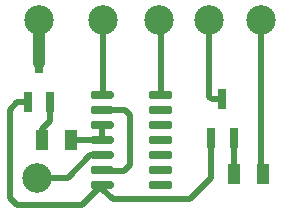
<source format=gbr>
G04 #@! TF.GenerationSoftware,KiCad,Pcbnew,5.1.5+dfsg1-2build2*
G04 #@! TF.CreationDate,2023-09-24T09:38:52+03:00*
G04 #@! TF.ProjectId,board,626f6172-642e-46b6-9963-61645f706362,rev?*
G04 #@! TF.SameCoordinates,Original*
G04 #@! TF.FileFunction,Copper,L1,Top*
G04 #@! TF.FilePolarity,Positive*
%FSLAX46Y46*%
G04 Gerber Fmt 4.6, Leading zero omitted, Abs format (unit mm)*
G04 Created by KiCad (PCBNEW 5.1.5+dfsg1-2build2) date 2023-09-24 09:38:52*
%MOMM*%
%LPD*%
G04 APERTURE LIST*
%ADD10C,2.499360*%
%ADD11R,0.800000X1.800000*%
%ADD12R,1.000000X1.800000*%
%ADD13C,0.100000*%
%ADD14C,0.500000*%
%ADD15C,1.000000*%
G04 APERTURE END LIST*
D10*
X127900000Y-73900000D03*
X122300000Y-87300000D03*
X141300000Y-73900000D03*
X122500000Y-73900000D03*
X136900000Y-73900000D03*
D11*
X121550000Y-80900000D03*
X123450000Y-80900000D03*
X122500000Y-77600000D03*
X138000000Y-80650000D03*
X138950000Y-83950000D03*
X137050000Y-83950000D03*
D12*
X141450000Y-87000000D03*
X138950000Y-87000000D03*
X122700000Y-84100000D03*
X125200000Y-84100000D03*
G04 #@! TA.AperFunction,SMDPad,CuDef*
D13*
G36*
X128664703Y-79990722D02*
G01*
X128679264Y-79992882D01*
X128693543Y-79996459D01*
X128707403Y-80001418D01*
X128720710Y-80007712D01*
X128733336Y-80015280D01*
X128745159Y-80024048D01*
X128756066Y-80033934D01*
X128765952Y-80044841D01*
X128774720Y-80056664D01*
X128782288Y-80069290D01*
X128788582Y-80082597D01*
X128793541Y-80096457D01*
X128797118Y-80110736D01*
X128799278Y-80125297D01*
X128800000Y-80140000D01*
X128800000Y-80440000D01*
X128799278Y-80454703D01*
X128797118Y-80469264D01*
X128793541Y-80483543D01*
X128788582Y-80497403D01*
X128782288Y-80510710D01*
X128774720Y-80523336D01*
X128765952Y-80535159D01*
X128756066Y-80546066D01*
X128745159Y-80555952D01*
X128733336Y-80564720D01*
X128720710Y-80572288D01*
X128707403Y-80578582D01*
X128693543Y-80583541D01*
X128679264Y-80587118D01*
X128664703Y-80589278D01*
X128650000Y-80590000D01*
X127000000Y-80590000D01*
X126985297Y-80589278D01*
X126970736Y-80587118D01*
X126956457Y-80583541D01*
X126942597Y-80578582D01*
X126929290Y-80572288D01*
X126916664Y-80564720D01*
X126904841Y-80555952D01*
X126893934Y-80546066D01*
X126884048Y-80535159D01*
X126875280Y-80523336D01*
X126867712Y-80510710D01*
X126861418Y-80497403D01*
X126856459Y-80483543D01*
X126852882Y-80469264D01*
X126850722Y-80454703D01*
X126850000Y-80440000D01*
X126850000Y-80140000D01*
X126850722Y-80125297D01*
X126852882Y-80110736D01*
X126856459Y-80096457D01*
X126861418Y-80082597D01*
X126867712Y-80069290D01*
X126875280Y-80056664D01*
X126884048Y-80044841D01*
X126893934Y-80033934D01*
X126904841Y-80024048D01*
X126916664Y-80015280D01*
X126929290Y-80007712D01*
X126942597Y-80001418D01*
X126956457Y-79996459D01*
X126970736Y-79992882D01*
X126985297Y-79990722D01*
X127000000Y-79990000D01*
X128650000Y-79990000D01*
X128664703Y-79990722D01*
G37*
G04 #@! TD.AperFunction*
G04 #@! TA.AperFunction,SMDPad,CuDef*
G36*
X128664703Y-81260722D02*
G01*
X128679264Y-81262882D01*
X128693543Y-81266459D01*
X128707403Y-81271418D01*
X128720710Y-81277712D01*
X128733336Y-81285280D01*
X128745159Y-81294048D01*
X128756066Y-81303934D01*
X128765952Y-81314841D01*
X128774720Y-81326664D01*
X128782288Y-81339290D01*
X128788582Y-81352597D01*
X128793541Y-81366457D01*
X128797118Y-81380736D01*
X128799278Y-81395297D01*
X128800000Y-81410000D01*
X128800000Y-81710000D01*
X128799278Y-81724703D01*
X128797118Y-81739264D01*
X128793541Y-81753543D01*
X128788582Y-81767403D01*
X128782288Y-81780710D01*
X128774720Y-81793336D01*
X128765952Y-81805159D01*
X128756066Y-81816066D01*
X128745159Y-81825952D01*
X128733336Y-81834720D01*
X128720710Y-81842288D01*
X128707403Y-81848582D01*
X128693543Y-81853541D01*
X128679264Y-81857118D01*
X128664703Y-81859278D01*
X128650000Y-81860000D01*
X127000000Y-81860000D01*
X126985297Y-81859278D01*
X126970736Y-81857118D01*
X126956457Y-81853541D01*
X126942597Y-81848582D01*
X126929290Y-81842288D01*
X126916664Y-81834720D01*
X126904841Y-81825952D01*
X126893934Y-81816066D01*
X126884048Y-81805159D01*
X126875280Y-81793336D01*
X126867712Y-81780710D01*
X126861418Y-81767403D01*
X126856459Y-81753543D01*
X126852882Y-81739264D01*
X126850722Y-81724703D01*
X126850000Y-81710000D01*
X126850000Y-81410000D01*
X126850722Y-81395297D01*
X126852882Y-81380736D01*
X126856459Y-81366457D01*
X126861418Y-81352597D01*
X126867712Y-81339290D01*
X126875280Y-81326664D01*
X126884048Y-81314841D01*
X126893934Y-81303934D01*
X126904841Y-81294048D01*
X126916664Y-81285280D01*
X126929290Y-81277712D01*
X126942597Y-81271418D01*
X126956457Y-81266459D01*
X126970736Y-81262882D01*
X126985297Y-81260722D01*
X127000000Y-81260000D01*
X128650000Y-81260000D01*
X128664703Y-81260722D01*
G37*
G04 #@! TD.AperFunction*
G04 #@! TA.AperFunction,SMDPad,CuDef*
G36*
X128664703Y-82530722D02*
G01*
X128679264Y-82532882D01*
X128693543Y-82536459D01*
X128707403Y-82541418D01*
X128720710Y-82547712D01*
X128733336Y-82555280D01*
X128745159Y-82564048D01*
X128756066Y-82573934D01*
X128765952Y-82584841D01*
X128774720Y-82596664D01*
X128782288Y-82609290D01*
X128788582Y-82622597D01*
X128793541Y-82636457D01*
X128797118Y-82650736D01*
X128799278Y-82665297D01*
X128800000Y-82680000D01*
X128800000Y-82980000D01*
X128799278Y-82994703D01*
X128797118Y-83009264D01*
X128793541Y-83023543D01*
X128788582Y-83037403D01*
X128782288Y-83050710D01*
X128774720Y-83063336D01*
X128765952Y-83075159D01*
X128756066Y-83086066D01*
X128745159Y-83095952D01*
X128733336Y-83104720D01*
X128720710Y-83112288D01*
X128707403Y-83118582D01*
X128693543Y-83123541D01*
X128679264Y-83127118D01*
X128664703Y-83129278D01*
X128650000Y-83130000D01*
X127000000Y-83130000D01*
X126985297Y-83129278D01*
X126970736Y-83127118D01*
X126956457Y-83123541D01*
X126942597Y-83118582D01*
X126929290Y-83112288D01*
X126916664Y-83104720D01*
X126904841Y-83095952D01*
X126893934Y-83086066D01*
X126884048Y-83075159D01*
X126875280Y-83063336D01*
X126867712Y-83050710D01*
X126861418Y-83037403D01*
X126856459Y-83023543D01*
X126852882Y-83009264D01*
X126850722Y-82994703D01*
X126850000Y-82980000D01*
X126850000Y-82680000D01*
X126850722Y-82665297D01*
X126852882Y-82650736D01*
X126856459Y-82636457D01*
X126861418Y-82622597D01*
X126867712Y-82609290D01*
X126875280Y-82596664D01*
X126884048Y-82584841D01*
X126893934Y-82573934D01*
X126904841Y-82564048D01*
X126916664Y-82555280D01*
X126929290Y-82547712D01*
X126942597Y-82541418D01*
X126956457Y-82536459D01*
X126970736Y-82532882D01*
X126985297Y-82530722D01*
X127000000Y-82530000D01*
X128650000Y-82530000D01*
X128664703Y-82530722D01*
G37*
G04 #@! TD.AperFunction*
G04 #@! TA.AperFunction,SMDPad,CuDef*
G36*
X128664703Y-83800722D02*
G01*
X128679264Y-83802882D01*
X128693543Y-83806459D01*
X128707403Y-83811418D01*
X128720710Y-83817712D01*
X128733336Y-83825280D01*
X128745159Y-83834048D01*
X128756066Y-83843934D01*
X128765952Y-83854841D01*
X128774720Y-83866664D01*
X128782288Y-83879290D01*
X128788582Y-83892597D01*
X128793541Y-83906457D01*
X128797118Y-83920736D01*
X128799278Y-83935297D01*
X128800000Y-83950000D01*
X128800000Y-84250000D01*
X128799278Y-84264703D01*
X128797118Y-84279264D01*
X128793541Y-84293543D01*
X128788582Y-84307403D01*
X128782288Y-84320710D01*
X128774720Y-84333336D01*
X128765952Y-84345159D01*
X128756066Y-84356066D01*
X128745159Y-84365952D01*
X128733336Y-84374720D01*
X128720710Y-84382288D01*
X128707403Y-84388582D01*
X128693543Y-84393541D01*
X128679264Y-84397118D01*
X128664703Y-84399278D01*
X128650000Y-84400000D01*
X127000000Y-84400000D01*
X126985297Y-84399278D01*
X126970736Y-84397118D01*
X126956457Y-84393541D01*
X126942597Y-84388582D01*
X126929290Y-84382288D01*
X126916664Y-84374720D01*
X126904841Y-84365952D01*
X126893934Y-84356066D01*
X126884048Y-84345159D01*
X126875280Y-84333336D01*
X126867712Y-84320710D01*
X126861418Y-84307403D01*
X126856459Y-84293543D01*
X126852882Y-84279264D01*
X126850722Y-84264703D01*
X126850000Y-84250000D01*
X126850000Y-83950000D01*
X126850722Y-83935297D01*
X126852882Y-83920736D01*
X126856459Y-83906457D01*
X126861418Y-83892597D01*
X126867712Y-83879290D01*
X126875280Y-83866664D01*
X126884048Y-83854841D01*
X126893934Y-83843934D01*
X126904841Y-83834048D01*
X126916664Y-83825280D01*
X126929290Y-83817712D01*
X126942597Y-83811418D01*
X126956457Y-83806459D01*
X126970736Y-83802882D01*
X126985297Y-83800722D01*
X127000000Y-83800000D01*
X128650000Y-83800000D01*
X128664703Y-83800722D01*
G37*
G04 #@! TD.AperFunction*
G04 #@! TA.AperFunction,SMDPad,CuDef*
G36*
X128664703Y-85070722D02*
G01*
X128679264Y-85072882D01*
X128693543Y-85076459D01*
X128707403Y-85081418D01*
X128720710Y-85087712D01*
X128733336Y-85095280D01*
X128745159Y-85104048D01*
X128756066Y-85113934D01*
X128765952Y-85124841D01*
X128774720Y-85136664D01*
X128782288Y-85149290D01*
X128788582Y-85162597D01*
X128793541Y-85176457D01*
X128797118Y-85190736D01*
X128799278Y-85205297D01*
X128800000Y-85220000D01*
X128800000Y-85520000D01*
X128799278Y-85534703D01*
X128797118Y-85549264D01*
X128793541Y-85563543D01*
X128788582Y-85577403D01*
X128782288Y-85590710D01*
X128774720Y-85603336D01*
X128765952Y-85615159D01*
X128756066Y-85626066D01*
X128745159Y-85635952D01*
X128733336Y-85644720D01*
X128720710Y-85652288D01*
X128707403Y-85658582D01*
X128693543Y-85663541D01*
X128679264Y-85667118D01*
X128664703Y-85669278D01*
X128650000Y-85670000D01*
X127000000Y-85670000D01*
X126985297Y-85669278D01*
X126970736Y-85667118D01*
X126956457Y-85663541D01*
X126942597Y-85658582D01*
X126929290Y-85652288D01*
X126916664Y-85644720D01*
X126904841Y-85635952D01*
X126893934Y-85626066D01*
X126884048Y-85615159D01*
X126875280Y-85603336D01*
X126867712Y-85590710D01*
X126861418Y-85577403D01*
X126856459Y-85563543D01*
X126852882Y-85549264D01*
X126850722Y-85534703D01*
X126850000Y-85520000D01*
X126850000Y-85220000D01*
X126850722Y-85205297D01*
X126852882Y-85190736D01*
X126856459Y-85176457D01*
X126861418Y-85162597D01*
X126867712Y-85149290D01*
X126875280Y-85136664D01*
X126884048Y-85124841D01*
X126893934Y-85113934D01*
X126904841Y-85104048D01*
X126916664Y-85095280D01*
X126929290Y-85087712D01*
X126942597Y-85081418D01*
X126956457Y-85076459D01*
X126970736Y-85072882D01*
X126985297Y-85070722D01*
X127000000Y-85070000D01*
X128650000Y-85070000D01*
X128664703Y-85070722D01*
G37*
G04 #@! TD.AperFunction*
G04 #@! TA.AperFunction,SMDPad,CuDef*
G36*
X128664703Y-86340722D02*
G01*
X128679264Y-86342882D01*
X128693543Y-86346459D01*
X128707403Y-86351418D01*
X128720710Y-86357712D01*
X128733336Y-86365280D01*
X128745159Y-86374048D01*
X128756066Y-86383934D01*
X128765952Y-86394841D01*
X128774720Y-86406664D01*
X128782288Y-86419290D01*
X128788582Y-86432597D01*
X128793541Y-86446457D01*
X128797118Y-86460736D01*
X128799278Y-86475297D01*
X128800000Y-86490000D01*
X128800000Y-86790000D01*
X128799278Y-86804703D01*
X128797118Y-86819264D01*
X128793541Y-86833543D01*
X128788582Y-86847403D01*
X128782288Y-86860710D01*
X128774720Y-86873336D01*
X128765952Y-86885159D01*
X128756066Y-86896066D01*
X128745159Y-86905952D01*
X128733336Y-86914720D01*
X128720710Y-86922288D01*
X128707403Y-86928582D01*
X128693543Y-86933541D01*
X128679264Y-86937118D01*
X128664703Y-86939278D01*
X128650000Y-86940000D01*
X127000000Y-86940000D01*
X126985297Y-86939278D01*
X126970736Y-86937118D01*
X126956457Y-86933541D01*
X126942597Y-86928582D01*
X126929290Y-86922288D01*
X126916664Y-86914720D01*
X126904841Y-86905952D01*
X126893934Y-86896066D01*
X126884048Y-86885159D01*
X126875280Y-86873336D01*
X126867712Y-86860710D01*
X126861418Y-86847403D01*
X126856459Y-86833543D01*
X126852882Y-86819264D01*
X126850722Y-86804703D01*
X126850000Y-86790000D01*
X126850000Y-86490000D01*
X126850722Y-86475297D01*
X126852882Y-86460736D01*
X126856459Y-86446457D01*
X126861418Y-86432597D01*
X126867712Y-86419290D01*
X126875280Y-86406664D01*
X126884048Y-86394841D01*
X126893934Y-86383934D01*
X126904841Y-86374048D01*
X126916664Y-86365280D01*
X126929290Y-86357712D01*
X126942597Y-86351418D01*
X126956457Y-86346459D01*
X126970736Y-86342882D01*
X126985297Y-86340722D01*
X127000000Y-86340000D01*
X128650000Y-86340000D01*
X128664703Y-86340722D01*
G37*
G04 #@! TD.AperFunction*
G04 #@! TA.AperFunction,SMDPad,CuDef*
G36*
X128664703Y-87610722D02*
G01*
X128679264Y-87612882D01*
X128693543Y-87616459D01*
X128707403Y-87621418D01*
X128720710Y-87627712D01*
X128733336Y-87635280D01*
X128745159Y-87644048D01*
X128756066Y-87653934D01*
X128765952Y-87664841D01*
X128774720Y-87676664D01*
X128782288Y-87689290D01*
X128788582Y-87702597D01*
X128793541Y-87716457D01*
X128797118Y-87730736D01*
X128799278Y-87745297D01*
X128800000Y-87760000D01*
X128800000Y-88060000D01*
X128799278Y-88074703D01*
X128797118Y-88089264D01*
X128793541Y-88103543D01*
X128788582Y-88117403D01*
X128782288Y-88130710D01*
X128774720Y-88143336D01*
X128765952Y-88155159D01*
X128756066Y-88166066D01*
X128745159Y-88175952D01*
X128733336Y-88184720D01*
X128720710Y-88192288D01*
X128707403Y-88198582D01*
X128693543Y-88203541D01*
X128679264Y-88207118D01*
X128664703Y-88209278D01*
X128650000Y-88210000D01*
X127000000Y-88210000D01*
X126985297Y-88209278D01*
X126970736Y-88207118D01*
X126956457Y-88203541D01*
X126942597Y-88198582D01*
X126929290Y-88192288D01*
X126916664Y-88184720D01*
X126904841Y-88175952D01*
X126893934Y-88166066D01*
X126884048Y-88155159D01*
X126875280Y-88143336D01*
X126867712Y-88130710D01*
X126861418Y-88117403D01*
X126856459Y-88103543D01*
X126852882Y-88089264D01*
X126850722Y-88074703D01*
X126850000Y-88060000D01*
X126850000Y-87760000D01*
X126850722Y-87745297D01*
X126852882Y-87730736D01*
X126856459Y-87716457D01*
X126861418Y-87702597D01*
X126867712Y-87689290D01*
X126875280Y-87676664D01*
X126884048Y-87664841D01*
X126893934Y-87653934D01*
X126904841Y-87644048D01*
X126916664Y-87635280D01*
X126929290Y-87627712D01*
X126942597Y-87621418D01*
X126956457Y-87616459D01*
X126970736Y-87612882D01*
X126985297Y-87610722D01*
X127000000Y-87610000D01*
X128650000Y-87610000D01*
X128664703Y-87610722D01*
G37*
G04 #@! TD.AperFunction*
G04 #@! TA.AperFunction,SMDPad,CuDef*
G36*
X133614703Y-87610722D02*
G01*
X133629264Y-87612882D01*
X133643543Y-87616459D01*
X133657403Y-87621418D01*
X133670710Y-87627712D01*
X133683336Y-87635280D01*
X133695159Y-87644048D01*
X133706066Y-87653934D01*
X133715952Y-87664841D01*
X133724720Y-87676664D01*
X133732288Y-87689290D01*
X133738582Y-87702597D01*
X133743541Y-87716457D01*
X133747118Y-87730736D01*
X133749278Y-87745297D01*
X133750000Y-87760000D01*
X133750000Y-88060000D01*
X133749278Y-88074703D01*
X133747118Y-88089264D01*
X133743541Y-88103543D01*
X133738582Y-88117403D01*
X133732288Y-88130710D01*
X133724720Y-88143336D01*
X133715952Y-88155159D01*
X133706066Y-88166066D01*
X133695159Y-88175952D01*
X133683336Y-88184720D01*
X133670710Y-88192288D01*
X133657403Y-88198582D01*
X133643543Y-88203541D01*
X133629264Y-88207118D01*
X133614703Y-88209278D01*
X133600000Y-88210000D01*
X131950000Y-88210000D01*
X131935297Y-88209278D01*
X131920736Y-88207118D01*
X131906457Y-88203541D01*
X131892597Y-88198582D01*
X131879290Y-88192288D01*
X131866664Y-88184720D01*
X131854841Y-88175952D01*
X131843934Y-88166066D01*
X131834048Y-88155159D01*
X131825280Y-88143336D01*
X131817712Y-88130710D01*
X131811418Y-88117403D01*
X131806459Y-88103543D01*
X131802882Y-88089264D01*
X131800722Y-88074703D01*
X131800000Y-88060000D01*
X131800000Y-87760000D01*
X131800722Y-87745297D01*
X131802882Y-87730736D01*
X131806459Y-87716457D01*
X131811418Y-87702597D01*
X131817712Y-87689290D01*
X131825280Y-87676664D01*
X131834048Y-87664841D01*
X131843934Y-87653934D01*
X131854841Y-87644048D01*
X131866664Y-87635280D01*
X131879290Y-87627712D01*
X131892597Y-87621418D01*
X131906457Y-87616459D01*
X131920736Y-87612882D01*
X131935297Y-87610722D01*
X131950000Y-87610000D01*
X133600000Y-87610000D01*
X133614703Y-87610722D01*
G37*
G04 #@! TD.AperFunction*
G04 #@! TA.AperFunction,SMDPad,CuDef*
G36*
X133614703Y-86340722D02*
G01*
X133629264Y-86342882D01*
X133643543Y-86346459D01*
X133657403Y-86351418D01*
X133670710Y-86357712D01*
X133683336Y-86365280D01*
X133695159Y-86374048D01*
X133706066Y-86383934D01*
X133715952Y-86394841D01*
X133724720Y-86406664D01*
X133732288Y-86419290D01*
X133738582Y-86432597D01*
X133743541Y-86446457D01*
X133747118Y-86460736D01*
X133749278Y-86475297D01*
X133750000Y-86490000D01*
X133750000Y-86790000D01*
X133749278Y-86804703D01*
X133747118Y-86819264D01*
X133743541Y-86833543D01*
X133738582Y-86847403D01*
X133732288Y-86860710D01*
X133724720Y-86873336D01*
X133715952Y-86885159D01*
X133706066Y-86896066D01*
X133695159Y-86905952D01*
X133683336Y-86914720D01*
X133670710Y-86922288D01*
X133657403Y-86928582D01*
X133643543Y-86933541D01*
X133629264Y-86937118D01*
X133614703Y-86939278D01*
X133600000Y-86940000D01*
X131950000Y-86940000D01*
X131935297Y-86939278D01*
X131920736Y-86937118D01*
X131906457Y-86933541D01*
X131892597Y-86928582D01*
X131879290Y-86922288D01*
X131866664Y-86914720D01*
X131854841Y-86905952D01*
X131843934Y-86896066D01*
X131834048Y-86885159D01*
X131825280Y-86873336D01*
X131817712Y-86860710D01*
X131811418Y-86847403D01*
X131806459Y-86833543D01*
X131802882Y-86819264D01*
X131800722Y-86804703D01*
X131800000Y-86790000D01*
X131800000Y-86490000D01*
X131800722Y-86475297D01*
X131802882Y-86460736D01*
X131806459Y-86446457D01*
X131811418Y-86432597D01*
X131817712Y-86419290D01*
X131825280Y-86406664D01*
X131834048Y-86394841D01*
X131843934Y-86383934D01*
X131854841Y-86374048D01*
X131866664Y-86365280D01*
X131879290Y-86357712D01*
X131892597Y-86351418D01*
X131906457Y-86346459D01*
X131920736Y-86342882D01*
X131935297Y-86340722D01*
X131950000Y-86340000D01*
X133600000Y-86340000D01*
X133614703Y-86340722D01*
G37*
G04 #@! TD.AperFunction*
G04 #@! TA.AperFunction,SMDPad,CuDef*
G36*
X133614703Y-85070722D02*
G01*
X133629264Y-85072882D01*
X133643543Y-85076459D01*
X133657403Y-85081418D01*
X133670710Y-85087712D01*
X133683336Y-85095280D01*
X133695159Y-85104048D01*
X133706066Y-85113934D01*
X133715952Y-85124841D01*
X133724720Y-85136664D01*
X133732288Y-85149290D01*
X133738582Y-85162597D01*
X133743541Y-85176457D01*
X133747118Y-85190736D01*
X133749278Y-85205297D01*
X133750000Y-85220000D01*
X133750000Y-85520000D01*
X133749278Y-85534703D01*
X133747118Y-85549264D01*
X133743541Y-85563543D01*
X133738582Y-85577403D01*
X133732288Y-85590710D01*
X133724720Y-85603336D01*
X133715952Y-85615159D01*
X133706066Y-85626066D01*
X133695159Y-85635952D01*
X133683336Y-85644720D01*
X133670710Y-85652288D01*
X133657403Y-85658582D01*
X133643543Y-85663541D01*
X133629264Y-85667118D01*
X133614703Y-85669278D01*
X133600000Y-85670000D01*
X131950000Y-85670000D01*
X131935297Y-85669278D01*
X131920736Y-85667118D01*
X131906457Y-85663541D01*
X131892597Y-85658582D01*
X131879290Y-85652288D01*
X131866664Y-85644720D01*
X131854841Y-85635952D01*
X131843934Y-85626066D01*
X131834048Y-85615159D01*
X131825280Y-85603336D01*
X131817712Y-85590710D01*
X131811418Y-85577403D01*
X131806459Y-85563543D01*
X131802882Y-85549264D01*
X131800722Y-85534703D01*
X131800000Y-85520000D01*
X131800000Y-85220000D01*
X131800722Y-85205297D01*
X131802882Y-85190736D01*
X131806459Y-85176457D01*
X131811418Y-85162597D01*
X131817712Y-85149290D01*
X131825280Y-85136664D01*
X131834048Y-85124841D01*
X131843934Y-85113934D01*
X131854841Y-85104048D01*
X131866664Y-85095280D01*
X131879290Y-85087712D01*
X131892597Y-85081418D01*
X131906457Y-85076459D01*
X131920736Y-85072882D01*
X131935297Y-85070722D01*
X131950000Y-85070000D01*
X133600000Y-85070000D01*
X133614703Y-85070722D01*
G37*
G04 #@! TD.AperFunction*
G04 #@! TA.AperFunction,SMDPad,CuDef*
G36*
X133614703Y-83800722D02*
G01*
X133629264Y-83802882D01*
X133643543Y-83806459D01*
X133657403Y-83811418D01*
X133670710Y-83817712D01*
X133683336Y-83825280D01*
X133695159Y-83834048D01*
X133706066Y-83843934D01*
X133715952Y-83854841D01*
X133724720Y-83866664D01*
X133732288Y-83879290D01*
X133738582Y-83892597D01*
X133743541Y-83906457D01*
X133747118Y-83920736D01*
X133749278Y-83935297D01*
X133750000Y-83950000D01*
X133750000Y-84250000D01*
X133749278Y-84264703D01*
X133747118Y-84279264D01*
X133743541Y-84293543D01*
X133738582Y-84307403D01*
X133732288Y-84320710D01*
X133724720Y-84333336D01*
X133715952Y-84345159D01*
X133706066Y-84356066D01*
X133695159Y-84365952D01*
X133683336Y-84374720D01*
X133670710Y-84382288D01*
X133657403Y-84388582D01*
X133643543Y-84393541D01*
X133629264Y-84397118D01*
X133614703Y-84399278D01*
X133600000Y-84400000D01*
X131950000Y-84400000D01*
X131935297Y-84399278D01*
X131920736Y-84397118D01*
X131906457Y-84393541D01*
X131892597Y-84388582D01*
X131879290Y-84382288D01*
X131866664Y-84374720D01*
X131854841Y-84365952D01*
X131843934Y-84356066D01*
X131834048Y-84345159D01*
X131825280Y-84333336D01*
X131817712Y-84320710D01*
X131811418Y-84307403D01*
X131806459Y-84293543D01*
X131802882Y-84279264D01*
X131800722Y-84264703D01*
X131800000Y-84250000D01*
X131800000Y-83950000D01*
X131800722Y-83935297D01*
X131802882Y-83920736D01*
X131806459Y-83906457D01*
X131811418Y-83892597D01*
X131817712Y-83879290D01*
X131825280Y-83866664D01*
X131834048Y-83854841D01*
X131843934Y-83843934D01*
X131854841Y-83834048D01*
X131866664Y-83825280D01*
X131879290Y-83817712D01*
X131892597Y-83811418D01*
X131906457Y-83806459D01*
X131920736Y-83802882D01*
X131935297Y-83800722D01*
X131950000Y-83800000D01*
X133600000Y-83800000D01*
X133614703Y-83800722D01*
G37*
G04 #@! TD.AperFunction*
G04 #@! TA.AperFunction,SMDPad,CuDef*
G36*
X133614703Y-82530722D02*
G01*
X133629264Y-82532882D01*
X133643543Y-82536459D01*
X133657403Y-82541418D01*
X133670710Y-82547712D01*
X133683336Y-82555280D01*
X133695159Y-82564048D01*
X133706066Y-82573934D01*
X133715952Y-82584841D01*
X133724720Y-82596664D01*
X133732288Y-82609290D01*
X133738582Y-82622597D01*
X133743541Y-82636457D01*
X133747118Y-82650736D01*
X133749278Y-82665297D01*
X133750000Y-82680000D01*
X133750000Y-82980000D01*
X133749278Y-82994703D01*
X133747118Y-83009264D01*
X133743541Y-83023543D01*
X133738582Y-83037403D01*
X133732288Y-83050710D01*
X133724720Y-83063336D01*
X133715952Y-83075159D01*
X133706066Y-83086066D01*
X133695159Y-83095952D01*
X133683336Y-83104720D01*
X133670710Y-83112288D01*
X133657403Y-83118582D01*
X133643543Y-83123541D01*
X133629264Y-83127118D01*
X133614703Y-83129278D01*
X133600000Y-83130000D01*
X131950000Y-83130000D01*
X131935297Y-83129278D01*
X131920736Y-83127118D01*
X131906457Y-83123541D01*
X131892597Y-83118582D01*
X131879290Y-83112288D01*
X131866664Y-83104720D01*
X131854841Y-83095952D01*
X131843934Y-83086066D01*
X131834048Y-83075159D01*
X131825280Y-83063336D01*
X131817712Y-83050710D01*
X131811418Y-83037403D01*
X131806459Y-83023543D01*
X131802882Y-83009264D01*
X131800722Y-82994703D01*
X131800000Y-82980000D01*
X131800000Y-82680000D01*
X131800722Y-82665297D01*
X131802882Y-82650736D01*
X131806459Y-82636457D01*
X131811418Y-82622597D01*
X131817712Y-82609290D01*
X131825280Y-82596664D01*
X131834048Y-82584841D01*
X131843934Y-82573934D01*
X131854841Y-82564048D01*
X131866664Y-82555280D01*
X131879290Y-82547712D01*
X131892597Y-82541418D01*
X131906457Y-82536459D01*
X131920736Y-82532882D01*
X131935297Y-82530722D01*
X131950000Y-82530000D01*
X133600000Y-82530000D01*
X133614703Y-82530722D01*
G37*
G04 #@! TD.AperFunction*
G04 #@! TA.AperFunction,SMDPad,CuDef*
G36*
X133614703Y-81260722D02*
G01*
X133629264Y-81262882D01*
X133643543Y-81266459D01*
X133657403Y-81271418D01*
X133670710Y-81277712D01*
X133683336Y-81285280D01*
X133695159Y-81294048D01*
X133706066Y-81303934D01*
X133715952Y-81314841D01*
X133724720Y-81326664D01*
X133732288Y-81339290D01*
X133738582Y-81352597D01*
X133743541Y-81366457D01*
X133747118Y-81380736D01*
X133749278Y-81395297D01*
X133750000Y-81410000D01*
X133750000Y-81710000D01*
X133749278Y-81724703D01*
X133747118Y-81739264D01*
X133743541Y-81753543D01*
X133738582Y-81767403D01*
X133732288Y-81780710D01*
X133724720Y-81793336D01*
X133715952Y-81805159D01*
X133706066Y-81816066D01*
X133695159Y-81825952D01*
X133683336Y-81834720D01*
X133670710Y-81842288D01*
X133657403Y-81848582D01*
X133643543Y-81853541D01*
X133629264Y-81857118D01*
X133614703Y-81859278D01*
X133600000Y-81860000D01*
X131950000Y-81860000D01*
X131935297Y-81859278D01*
X131920736Y-81857118D01*
X131906457Y-81853541D01*
X131892597Y-81848582D01*
X131879290Y-81842288D01*
X131866664Y-81834720D01*
X131854841Y-81825952D01*
X131843934Y-81816066D01*
X131834048Y-81805159D01*
X131825280Y-81793336D01*
X131817712Y-81780710D01*
X131811418Y-81767403D01*
X131806459Y-81753543D01*
X131802882Y-81739264D01*
X131800722Y-81724703D01*
X131800000Y-81710000D01*
X131800000Y-81410000D01*
X131800722Y-81395297D01*
X131802882Y-81380736D01*
X131806459Y-81366457D01*
X131811418Y-81352597D01*
X131817712Y-81339290D01*
X131825280Y-81326664D01*
X131834048Y-81314841D01*
X131843934Y-81303934D01*
X131854841Y-81294048D01*
X131866664Y-81285280D01*
X131879290Y-81277712D01*
X131892597Y-81271418D01*
X131906457Y-81266459D01*
X131920736Y-81262882D01*
X131935297Y-81260722D01*
X131950000Y-81260000D01*
X133600000Y-81260000D01*
X133614703Y-81260722D01*
G37*
G04 #@! TD.AperFunction*
G04 #@! TA.AperFunction,SMDPad,CuDef*
G36*
X133614703Y-79990722D02*
G01*
X133629264Y-79992882D01*
X133643543Y-79996459D01*
X133657403Y-80001418D01*
X133670710Y-80007712D01*
X133683336Y-80015280D01*
X133695159Y-80024048D01*
X133706066Y-80033934D01*
X133715952Y-80044841D01*
X133724720Y-80056664D01*
X133732288Y-80069290D01*
X133738582Y-80082597D01*
X133743541Y-80096457D01*
X133747118Y-80110736D01*
X133749278Y-80125297D01*
X133750000Y-80140000D01*
X133750000Y-80440000D01*
X133749278Y-80454703D01*
X133747118Y-80469264D01*
X133743541Y-80483543D01*
X133738582Y-80497403D01*
X133732288Y-80510710D01*
X133724720Y-80523336D01*
X133715952Y-80535159D01*
X133706066Y-80546066D01*
X133695159Y-80555952D01*
X133683336Y-80564720D01*
X133670710Y-80572288D01*
X133657403Y-80578582D01*
X133643543Y-80583541D01*
X133629264Y-80587118D01*
X133614703Y-80589278D01*
X133600000Y-80590000D01*
X131950000Y-80590000D01*
X131935297Y-80589278D01*
X131920736Y-80587118D01*
X131906457Y-80583541D01*
X131892597Y-80578582D01*
X131879290Y-80572288D01*
X131866664Y-80564720D01*
X131854841Y-80555952D01*
X131843934Y-80546066D01*
X131834048Y-80535159D01*
X131825280Y-80523336D01*
X131817712Y-80510710D01*
X131811418Y-80497403D01*
X131806459Y-80483543D01*
X131802882Y-80469264D01*
X131800722Y-80454703D01*
X131800000Y-80440000D01*
X131800000Y-80140000D01*
X131800722Y-80125297D01*
X131802882Y-80110736D01*
X131806459Y-80096457D01*
X131811418Y-80082597D01*
X131817712Y-80069290D01*
X131825280Y-80056664D01*
X131834048Y-80044841D01*
X131843934Y-80033934D01*
X131854841Y-80024048D01*
X131866664Y-80015280D01*
X131879290Y-80007712D01*
X131892597Y-80001418D01*
X131906457Y-79996459D01*
X131920736Y-79992882D01*
X131935297Y-79990722D01*
X131950000Y-79990000D01*
X133600000Y-79990000D01*
X133614703Y-79990722D01*
G37*
G04 #@! TD.AperFunction*
D10*
X132600000Y-73900000D03*
D14*
X127900000Y-80215000D02*
X127825000Y-80290000D01*
X127900000Y-73900000D02*
X127900000Y-80215000D01*
X122300000Y-87300000D02*
X124900000Y-87300000D01*
X126830000Y-85370000D02*
X127825000Y-85370000D01*
X124900000Y-87300000D02*
X126830000Y-85370000D01*
X141300000Y-86850000D02*
X141450000Y-87000000D01*
X141300000Y-73900000D02*
X141300000Y-86850000D01*
D15*
X122500000Y-73900000D02*
X122500000Y-77600000D01*
D14*
X136900000Y-75667314D02*
X136900000Y-73900000D01*
X136900000Y-80450000D02*
X136900000Y-75667314D01*
X137100000Y-80650000D02*
X136900000Y-80450000D01*
X138000000Y-80650000D02*
X137100000Y-80650000D01*
X127825000Y-88210000D02*
X128715000Y-89100000D01*
X127825000Y-87910000D02*
X127825000Y-88210000D01*
X128715000Y-89100000D02*
X135300000Y-89100000D01*
X137050000Y-87350000D02*
X137050000Y-83950000D01*
X135300000Y-89100000D02*
X137050000Y-87350000D01*
X120650000Y-80900000D02*
X120000000Y-81550000D01*
X121550000Y-80900000D02*
X120650000Y-80900000D01*
X120000000Y-81550000D02*
X120000000Y-89000000D01*
X120000000Y-89000000D02*
X120600000Y-89600000D01*
X126135000Y-89600000D02*
X127825000Y-87910000D01*
X120600000Y-89600000D02*
X126135000Y-89600000D01*
X122700000Y-84100000D02*
X122700000Y-83200000D01*
X123450000Y-82450000D02*
X123450000Y-80900000D01*
X122700000Y-83200000D02*
X123450000Y-82450000D01*
X138950000Y-83950000D02*
X138950000Y-87000000D01*
X125200000Y-84100000D02*
X127825000Y-84100000D01*
X127825000Y-82830000D02*
X127825000Y-84100000D01*
X129760000Y-81560000D02*
X127825000Y-81560000D01*
X130200000Y-82000000D02*
X129760000Y-81560000D01*
X130200000Y-86200000D02*
X130200000Y-82000000D01*
X129700000Y-86700000D02*
X130200000Y-86200000D01*
X128125000Y-86700000D02*
X129700000Y-86700000D01*
X132775000Y-74075000D02*
X132600000Y-73900000D01*
X132775000Y-80290000D02*
X132775000Y-74075000D01*
M02*

</source>
